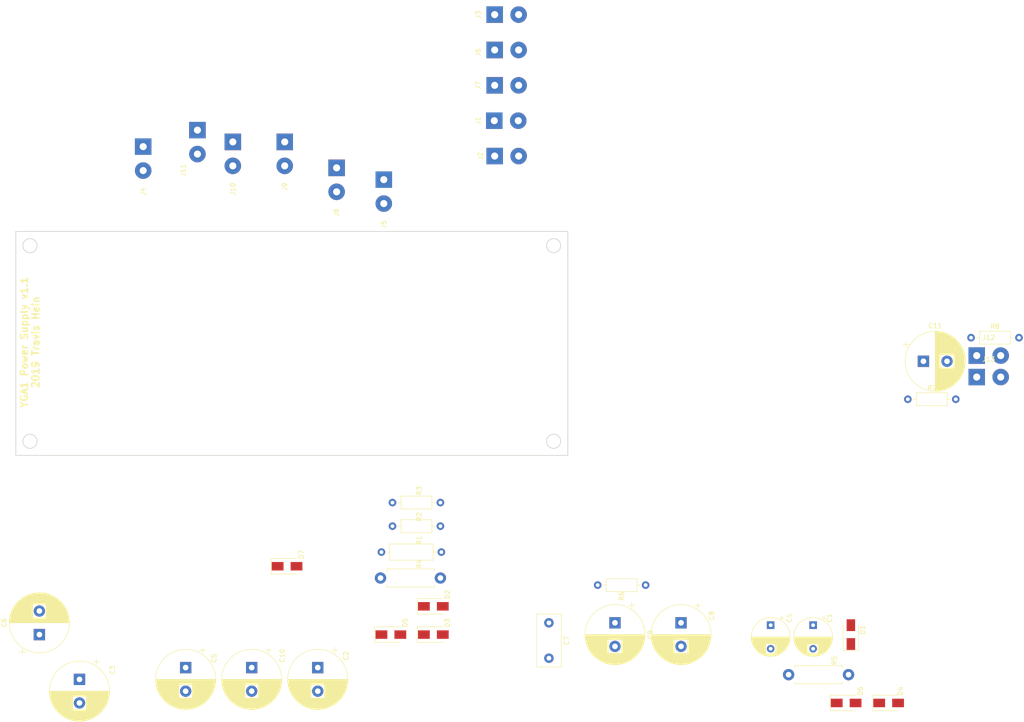
<source format=kicad_pcb>
(kicad_pcb (version 20171130) (host pcbnew 5.0.2-1.fc29)
  (layers (0 F.Cu signal) (31 B.Cu signal) (34 B.Paste user) (35 F.Paste user) (36 B.SilkS user) (37 F.SilkS user) (38 B.Mask user) (39 F.Mask user) (44 Edge.Cuts user))
  (net 0 "")
  (net 1 "Net-(C1-Pad1)")
  (net 2 "Net-(C1-Pad2)")
  (net 3 "Net-(C8-Pad1)")
  (net 4 "Net-(D1-Pad1)")
  (net 5 "Net-(D2-Pad1)")
  (net 6 "Net-(D2-Pad2)")
  (net 7 "Net-(D3-Pad2)")
  (net 8 "Net-(D3-Pad1)")
  (net 9 "Net-(D4-Pad1)")
  (net 10 "Net-(D5-Pad1)")
  (net 11 "Net-(C10-Pad1)")
  (net 12 "Net-(C2-Pad2)")
  (net 13 "Net-(C2-Pad1)")
  (net 14 "Net-(C4-Pad2)")
  (net 15 "Net-(J8-Pad1)")
  (net 16 "Net-(J9-Pad1)")
  (module Capacitor_THT:CP_Radial_D12.5mm_P5.00mm (layer F.Cu) (at 63.5 177.5 270)
    (fp_text reference C3 (at -2 -7 270) (layer F.SilkS))
    (fp_text value "47uF 450V")
    (pad 2 thru_hole circle (at 5 0 270) (size 2.4 2.4) (drill 1.2) (layers *.Cu *.Mask) (net 1 "Net-(C1-Pad1)"))
    (pad 1 thru_hole rect (at 0 0 270) (size 2.4 2.4) (drill 1.2) (layers *.Cu *.Mask) (net 12 "Net-(C2-Pad2)"))
  )
  (module Capacitor_THT:CP_Radial_D8.0mm_P5.00mm (layer F.Cu) (at 219 166 270)
    (fp_text reference C1 (at -1.5 -3.5 270) (layer F.SilkS))
    (fp_text value "8.2uF 250V")
    (pad 1 thru_hole rect (at 0 0 270) (size 1.6 1.6) (drill 0.8) (layers *.Cu *.Mask) (net 1 "Net-(C1-Pad1)"))
    (pad 2 thru_hole circle (at 5 0 270) (size 1.6 1.6) (drill 0.8) (layers *.Cu *.Mask) (net 2 "Net-(C1-Pad2)"))
  )
  (module Capacitor_THT:CP_Radial_D8.0mm_P5.00mm (layer F.Cu) (at 210 166 270)
    (fp_text reference C4 (at -1.5 -4 270) (layer F.SilkS))
    (fp_text value "8.2uF 250V")
    (pad 2 thru_hole circle (at 5 0 270) (size 1.6 1.6) (drill 0.8) (layers *.Cu *.Mask) (net 14 "Net-(C4-Pad2)"))
    (pad 1 thru_hole rect (at 0 0 270) (size 1.6 1.6) (drill 0.8) (layers *.Cu *.Mask) (net 1 "Net-(C1-Pad1)"))
  )
  (module Capacitor_THT:CP_Radial_D12.5mm_P5.00mm (layer F.Cu) (at 86 175 270)
    (fp_text reference C5 (at -2 -6 270) (layer F.SilkS))
    (fp_text value "47uF 450V")
    (pad 2 thru_hole circle (at 5 0 270) (size 2.4 2.4) (drill 1.2) (layers *.Cu *.Mask) (net 12 "Net-(C2-Pad2)"))
    (pad 1 thru_hole rect (at 0 0 270) (size 2.4 2.4) (drill 1.2) (layers *.Cu *.Mask) (net 13 "Net-(C2-Pad1)"))
  )
  (module Capacitor_THT:CP_Radial_D12.5mm_P5.00mm (layer F.Cu) (at 191 165.5 270)
    (fp_text reference C8 (at -1.5 -6.5 270) (layer F.SilkS))
    (fp_text value "47uF 450V")
    (pad 1 thru_hole rect (at 0 0 270) (size 2.4 2.4) (drill 1.2) (layers *.Cu *.Mask) (net 3 "Net-(C8-Pad1)"))
    (pad 2 thru_hole circle (at 5 0 270) (size 2.4 2.4) (drill 1.2) (layers *.Cu *.Mask) (net 1 "Net-(C1-Pad1)"))
  )
  (module Capacitor_THT:CP_Radial_D12.5mm_P5.00mm (layer F.Cu) (at 177 165.5 270)
    (fp_text reference C9 (at 2.5 -7.5 270) (layer F.SilkS))
    (fp_text value "47uF 450V")
    (pad 2 thru_hole circle (at 5 0 270) (size 2.4 2.4) (drill 1.2) (layers *.Cu *.Mask) (net 1 "Net-(C1-Pad1)"))
    (pad 1 thru_hole rect (at 0 0 270) (size 2.4 2.4) (drill 1.2) (layers *.Cu *.Mask) (net 3 "Net-(C8-Pad1)"))
  )
  (module Diode_SMD:D_SMA (layer F.Cu) (at 227 168 90)
    (fp_text reference D1 (at 1 2.5 90) (layer F.SilkS))
    (fp_text value S1J-13-F)
    (pad 2 smd rect (at 2 0 90) (size 2.5 1.8) (layers F.Cu F.Paste F.Mask) (net 2 "Net-(C1-Pad2)"))
    (pad 1 smd rect (at -2 0 90) (size 2.5 1.8) (layers F.Cu F.Paste F.Mask) (net 4 "Net-(D1-Pad1)"))
  )
  (module Diode_SMD:D_SMA (layer F.Cu) (at 138.5 162)
    (fp_text reference D2 (at 3 -2.5 90) (layer F.SilkS))
    (fp_text value S1J-13-F)
    (pad 1 smd rect (at -2 0) (size 2.5 1.8) (layers F.Cu F.Paste F.Mask) (net 5 "Net-(D2-Pad1)"))
    (pad 2 smd rect (at 2 0) (size 2.5 1.8) (layers F.Cu F.Paste F.Mask) (net 6 "Net-(D2-Pad2)"))
  )
  (module Diode_SMD:D_SMA (layer F.Cu) (at 138.5 168)
    (fp_text reference D3 (at 3 -2.5 270) (layer F.SilkS))
    (fp_text value S1J-13-F)
    (pad 2 smd rect (at 2 0) (size 2.5 1.8) (layers F.Cu F.Paste F.Mask) (net 7 "Net-(D3-Pad2)"))
    (pad 1 smd rect (at -2 0) (size 2.5 1.8) (layers F.Cu F.Paste F.Mask) (net 8 "Net-(D3-Pad1)"))
  )
  (module Diode_SMD:D_SMA (layer F.Cu) (at 235 182.5)
    (fp_text reference D4 (at 2.5 -2.5 90) (layer F.SilkS))
    (fp_text value S1J-13-F)
    (pad 1 smd rect (at -2 0) (size 2.5 1.8) (layers F.Cu F.Paste F.Mask) (net 9 "Net-(D4-Pad1)"))
    (pad 2 smd rect (at 2 0) (size 2.5 1.8) (layers F.Cu F.Paste F.Mask) (net 5 "Net-(D2-Pad1)"))
  )
  (module Diode_SMD:D_SMA (layer F.Cu) (at 129.5 168)
    (fp_text reference D5 (at 3 -2.5 90) (layer F.SilkS))
    (fp_text value S1J-13-F)
    (pad 1 smd rect (at -2 0) (size 2.5 1.8) (layers F.Cu F.Paste F.Mask) (net 10 "Net-(D5-Pad1)"))
    (pad 2 smd rect (at 2 0) (size 2.5 1.8) (layers F.Cu F.Paste F.Mask) (net 8 "Net-(D3-Pad1)"))
  )
  (module Diode_SMD:D_SMA (layer F.Cu) (at 226 182.5)
    (fp_text reference D6 (at 3 -2.5 90) (layer F.SilkS))
    (fp_text value S1J-13-F)
    (pad 1 smd rect (at -2 0) (size 2.5 1.8) (layers F.Cu F.Paste F.Mask) (net 13 "Net-(C2-Pad1)"))
    (pad 2 smd rect (at 2 0) (size 2.5 1.8) (layers F.Cu F.Paste F.Mask) (net 9 "Net-(D4-Pad1)"))
  )
  (module Diode_SMD:D_SMA (layer F.Cu) (at 107.5 153.5)
    (fp_text reference D7 (at 3 -2.5 90) (layer F.SilkS))
    (fp_text value S1J-13-F)
    (pad 2 smd rect (at 2 0) (size 2.5 1.8) (layers F.Cu F.Paste F.Mask) (net 10 "Net-(D5-Pad1)"))
    (pad 1 smd rect (at -2 0) (size 2.5 1.8) (layers F.Cu F.Paste F.Mask) (net 13 "Net-(C2-Pad1)"))
  )
  (module Connector_Wire:SolderWirePad_1x02_P5.08mm_Drill1.5mm (layer F.Cu) (at 151.42 59)
    (fp_text reference J1 (at -3.42 0 90) (layer F.SilkS))
    (fp_text value "AC IN")
    (pad 2 thru_hole circle (at 5.08 0) (size 3.50012 3.50012) (drill 1.50114) (layers *.Cu *.Mask) (net 6 "Net-(D2-Pad2)"))
    (pad 1 thru_hole rect (at 0 0) (size 3.50012 3.50012) (drill 1.50114) (layers *.Cu *.Mask) (net 6 "Net-(D2-Pad2)"))
  )
  (module Connector_Wire:SolderWirePad_1x02_P5.08mm_Drill1.5mm (layer F.Cu) (at 151.5 66.5)
    (fp_text reference J2 (at -3 0 90) (layer F.SilkS))
    (fp_text value "AC IN")
    (pad 1 thru_hole rect (at 0 0) (size 3.50012 3.50012) (drill 1.50114) (layers *.Cu *.Mask) (net 7 "Net-(D3-Pad2)"))
    (pad 2 thru_hole circle (at 5.08 0) (size 3.50012 3.50012) (drill 1.50114) (layers *.Cu *.Mask) (net 7 "Net-(D3-Pad2)"))
  )
  (module Connector_Wire:SolderWirePad_1x02_P5.08mm_Drill1.5mm (layer F.Cu) (at 151.5 36.5)
    (fp_text reference J3 (at -3.5 0 90) (layer F.SilkS))
    (fp_text value "Chassis GND")
    (pad 1 thru_hole rect (at 0 0) (size 3.50012 3.50012) (drill 1.50114) (layers *.Cu *.Mask) (net 1 "Net-(C1-Pad1)"))
    (pad 2 thru_hole circle (at 5.08 0) (size 3.50012 3.50012) (drill 1.50114) (layers *.Cu *.Mask) (net 1 "Net-(C1-Pad1)"))
  )
  (module Connector_Wire:SolderWirePad_1x02_P5.08mm_Drill1.5mm (layer F.Cu) (at 77 64.5 270)
    (fp_text reference J4 (at 9.5 0 270) (layer F.SilkS))
    (fp_text value -40V)
    (pad 1 thru_hole rect (at 0 0 270) (size 3.50012 3.50012) (drill 1.50114) (layers *.Cu *.Mask) (net 14 "Net-(C4-Pad2)"))
    (pad 2 thru_hole circle (at 5.08 0 270) (size 3.50012 3.50012) (drill 1.50114) (layers *.Cu *.Mask) (net 14 "Net-(C4-Pad2)"))
  )
  (module Connector_Wire:SolderWirePad_1x02_P5.08mm_Drill1.5mm (layer F.Cu) (at 128 71.5 270)
    (fp_text reference J5 (at 9.5 0 270) (layer F.SilkS))
    (fp_text value SW)
    (pad 2 thru_hole circle (at 5.08 0 270) (size 3.50012 3.50012) (drill 1.50114) (layers *.Cu *.Mask) (net 13 "Net-(C2-Pad1)"))
    (pad 1 thru_hole rect (at 0 0 270) (size 3.50012 3.50012) (drill 1.50114) (layers *.Cu *.Mask) (net 13 "Net-(C2-Pad1)"))
  )
  (module Connector_Wire:SolderWirePad_1x02_P5.08mm_Drill1.5mm (layer F.Cu) (at 151.5 44)
    (fp_text reference J6 (at -3.5 0.5 90) (layer F.SilkS))
    (fp_text value CHOKE)
    (pad 2 thru_hole circle (at 5.08 0) (size 3.50012 3.50012) (drill 1.50114) (layers *.Cu *.Mask) (net 3 "Net-(C8-Pad1)"))
    (pad 1 thru_hole rect (at 0 0) (size 3.50012 3.50012) (drill 1.50114) (layers *.Cu *.Mask) (net 3 "Net-(C8-Pad1)"))
  )
  (module Connector_Wire:SolderWirePad_1x02_P5.08mm_Drill1.5mm (layer F.Cu) (at 151.5 51.5)
    (fp_text reference J7 (at -3.5 0 90) (layer F.SilkS))
    (fp_text value Audio_center_tap)
    (pad 1 thru_hole rect (at 0 0) (size 3.50012 3.50012) (drill 1.50114) (layers *.Cu *.Mask) (net 3 "Net-(C8-Pad1)"))
    (pad 2 thru_hole circle (at 5.08 0) (size 3.50012 3.50012) (drill 1.50114) (layers *.Cu *.Mask) (net 3 "Net-(C8-Pad1)"))
  )
  (module Connector_Wire:SolderWirePad_1x02_P5.08mm_Drill1.5mm (layer F.Cu) (at 118 69 270)
    (fp_text reference J8 (at 9.5 0 270) (layer F.SilkS))
    (fp_text value "Output tube")
    (pad 2 thru_hole circle (at 5.08 0 270) (size 3.50012 3.50012) (drill 1.50114) (layers *.Cu *.Mask) (net 15 "Net-(J8-Pad1)"))
    (pad 1 thru_hole rect (at 0 0 270) (size 3.50012 3.50012) (drill 1.50114) (layers *.Cu *.Mask) (net 15 "Net-(J8-Pad1)"))
  )
  (module Connector_Wire:SolderWirePad_1x02_P5.08mm_Drill1.5mm (layer F.Cu) (at 107 63.5 270)
    (fp_text reference J9 (at 9.5 0 270) (layer F.SilkS))
    (fp_text value "Output tube")
    (pad 1 thru_hole rect (at 0 0 270) (size 3.50012 3.50012) (drill 1.50114) (layers *.Cu *.Mask) (net 16 "Net-(J9-Pad1)"))
    (pad 2 thru_hole circle (at 5.08 0 270) (size 3.50012 3.50012) (drill 1.50114) (layers *.Cu *.Mask) (net 16 "Net-(J9-Pad1)"))
  )
  (module Connector_Wire:SolderWirePad_1x02_P5.08mm_Drill1.5mm (layer F.Cu) (at 96 63.5 270)
    (fp_text reference J10 (at 10 0 270) (layer F.SilkS))
    (fp_text value +340V)
    (pad 2 thru_hole circle (at 5.08 0 270) (size 3.50012 3.50012) (drill 1.50114) (layers *.Cu *.Mask) (net 11 "Net-(C10-Pad1)"))
    (pad 1 thru_hole rect (at 0 0 270) (size 3.50012 3.50012) (drill 1.50114) (layers *.Cu *.Mask) (net 11 "Net-(C10-Pad1)"))
  )
  (module Connector_Wire:SolderWirePad_1x02_P5.08mm_Drill1.5mm (layer F.Cu) (at 88.5 61 270)
    (fp_text reference J11 (at 8.5 3 270) (layer F.SilkS))
    (fp_text value +340V)
    (pad 1 thru_hole rect (at 0 0 270) (size 3.50012 3.50012) (drill 1.50114) (layers *.Cu *.Mask) (net 11 "Net-(C10-Pad1)"))
    (pad 2 thru_hole circle (at 5.08 0 270) (size 3.50012 3.50012) (drill 1.50114) (layers *.Cu *.Mask) (net 11 "Net-(C10-Pad1)"))
  )
  (module Resistor_THT:R_Axial_DIN0309_L9.0mm_D3.2mm_P12.70mm_Horizontal (layer F.Cu) (at 127.5 150.5)
    (fp_text reference R1 (at 8 -2.5 90) (layer F.SilkS))
    (fp_text value 150K)
    (pad 1 thru_hole circle (at 0 0) (size 1.6 1.6) (drill 0.8) (layers *.Cu *.Mask) (net 4 "Net-(D1-Pad1)"))
    (pad 2 thru_hole oval (at 12.7 0) (size 1.6 1.6) (drill 0.8) (layers *.Cu *.Mask) (net 6 "Net-(D2-Pad2)"))
  )
  (module Resistor_THT:R_Axial_DIN0207_L6.3mm_D2.5mm_P10.16mm_Horizontal (layer F.Cu) (at 140 145 180)
    (fp_text reference R2 (at 4.5 2 270) (layer F.SilkS))
    (fp_text value 15K)
    (pad 1 thru_hole circle (at 0 0 180) (size 1.6 1.6) (drill 0.8) (layers *.Cu *.Mask) (net 14 "Net-(C4-Pad2)"))
    (pad 2 thru_hole oval (at 10.16 0 180) (size 1.6 1.6) (drill 0.8) (layers *.Cu *.Mask) (net 2 "Net-(C1-Pad2)"))
  )
  (module Resistor_THT:R_Axial_DIN0207_L6.3mm_D2.5mm_P10.16mm_Horizontal (layer F.Cu) (at 140 140 180)
    (fp_text reference R3 (at 4.5 2.5 270) (layer F.SilkS))
    (fp_text value 56K)
    (pad 2 thru_hole oval (at 10.16 0 180) (size 1.6 1.6) (drill 0.8) (layers *.Cu *.Mask) (net 1 "Net-(C1-Pad1)"))
    (pad 1 thru_hole circle (at 0 0 180) (size 1.6 1.6) (drill 0.8) (layers *.Cu *.Mask) (net 14 "Net-(C4-Pad2)"))
  )
  (module Resistor_THT:R_Axial_DIN0411_L9.9mm_D3.6mm_P12.70mm_Horizontal (layer F.Cu) (at 140 156 180)
    (fp_text reference R4 (at 4.5 3 270) (layer F.SilkS))
    (fp_text value "100K 2W")
    (pad 1 thru_hole circle (at 0 0 180) (size 2.4 2.4) (drill 1.2) (layers *.Cu *.Mask) (net 13 "Net-(C2-Pad1)"))
    (pad 2 thru_hole oval (at 12.7 0 180) (size 2.4 2.4) (drill 1.2) (layers *.Cu *.Mask) (net 12 "Net-(C2-Pad2)"))
  )
  (module Resistor_THT:R_Axial_DIN0411_L9.9mm_D3.6mm_P12.70mm_Horizontal (layer F.Cu) (at 226.5 176.5 180)
    (fp_text reference R5 (at 3 3 270) (layer F.SilkS))
    (fp_text value "100K 2W")
    (pad 2 thru_hole oval (at 12.7 0 180) (size 2.4 2.4) (drill 1.2) (layers *.Cu *.Mask) (net 1 "Net-(C1-Pad1)"))
    (pad 1 thru_hole circle (at 0 0 180) (size 2.4 2.4) (drill 1.2) (layers *.Cu *.Mask) (net 12 "Net-(C2-Pad2)"))
  )
  (module Resistor_THT:R_Axial_DIN0207_L6.3mm_D2.5mm_P10.16mm_Horizontal (layer F.Cu) (at 183.5 157.5 180)
    (fp_text reference R6 (at 5.08 -2.37 270) (layer F.SilkS))
    (fp_text value "4.70 1W")
    (pad 1 thru_hole circle (at 0 0 180) (size 1.6 1.6) (drill 0.8) (layers *.Cu *.Mask) (net 15 "Net-(J8-Pad1)"))
    (pad 2 thru_hole oval (at 10.16 0 180) (size 1.6 1.6) (drill 0.8) (layers *.Cu *.Mask) (net 3 "Net-(C8-Pad1)"))
  )
  (module Capacitor_THT:CP_Radial_D12.5mm_P5.00mm (layer F.Cu) (at 114 175 270)
    (fp_text reference C2 (at -2.5 -6 270) (layer F.SilkS))
    (fp_text value "47uF 450V")
    (pad 2 thru_hole circle (at 5 0 270) (size 2.4 2.4) (drill 1.2) (layers *.Cu *.Mask) (net 12 "Net-(C2-Pad2)"))
    (pad 1 thru_hole rect (at 0 0 270) (size 2.4 2.4) (drill 1.2) (layers *.Cu *.Mask) (net 13 "Net-(C2-Pad1)"))
  )
  (module Capacitor_THT:CP_Radial_D12.5mm_P5.00mm (layer F.Cu) (at 100 175 270)
    (fp_text reference C10 (at -2.5 -6.5 270) (layer F.SilkS))
    (fp_text value "47uF 450V")
    (pad 1 thru_hole rect (at 0 0 270) (size 2.4 2.4) (drill 1.2) (layers *.Cu *.Mask) (net 11 "Net-(C10-Pad1)"))
    (pad 2 thru_hole circle (at 5 0 270) (size 2.4 2.4) (drill 1.2) (layers *.Cu *.Mask) (net 1 "Net-(C1-Pad1)"))
  )
  (module Capacitor_THT:CP_Radial_D12.5mm_P5.00mm (layer F.Cu) (at 55 168 90)
    (fp_text reference C6 (at 2.5 -7.5 90) (layer F.SilkS))
    (fp_text value "47uF 450V")
    (pad 1 thru_hole rect (at 0 0 90) (size 2.4 2.4) (drill 1.2) (layers *.Cu *.Mask) (net 12 "Net-(C2-Pad2)"))
    (pad 2 thru_hole circle (at 5 0 90) (size 2.4 2.4) (drill 1.2) (layers *.Cu *.Mask) (net 1 "Net-(C1-Pad1)"))
  )
  (module Capacitor_THT:C_Disc_D11.0mm_W5.0mm_P7.50mm (layer F.Cu) (at 163 165.5 270)
    (fp_text reference C7 (at 3.75 -3.75 270) (layer F.SilkS))
    (fp_text value "0.047uF 600V")
    (pad 1 thru_hole circle (at 0 0 270) (size 2 2) (drill 1) (layers *.Cu *.Mask) (net 13 "Net-(C2-Pad1)"))
    (pad 2 thru_hole circle (at 7.5 0 270) (size 2 2) (drill 1) (layers *.Cu *.Mask) (net 1 "Net-(C1-Pad1)"))
  )
  (module Capacitor_THT:CP_Radial_D12.5mm_P5.00mm (layer F.Cu) (at 242.377083 110.025001)
    (fp_text reference C11 (at 2.5 -7.5) (layer F.SilkS))
    (fp_text value "47uF 450V")
    (pad 2 thru_hole circle (at 5 0) (size 2.4 2.4) (drill 1.2) (layers *.Cu *.Mask) (net 1 "Net-(C1-Pad1)"))
    (pad 1 thru_hole rect (at 0 0) (size 2.4 2.4) (drill 1.2) (layers *.Cu *.Mask))
  )
  (module Connector_Wire:SolderWirePad_1x02_P5.08mm_Drill1.5mm (layer F.Cu) (at 253.675001 108.825001)
    (fp_text reference J12 (at 2.54 -3.81) (layer F.SilkS))
    (fp_text value +340V)
    (pad 2 thru_hole circle (at 5.08 0) (size 3.50012 3.50012) (drill 1.50114) (layers *.Cu *.Mask) (net 11 "Net-(C10-Pad1)"))
    (pad 1 thru_hole rect (at 0 0) (size 3.50012 3.50012) (drill 1.50114) (layers *.Cu *.Mask) (net 11 "Net-(C10-Pad1)"))
  )
  (module Connector_Wire:SolderWirePad_1x02_P5.08mm_Drill1.5mm (layer F.Cu) (at 253.675001 113.375001)
    (fp_text reference J13 (at 2.54 -3.81) (layer F.SilkS))
    (fp_text value +340V)
    (pad 1 thru_hole rect (at 0 0) (size 3.50012 3.50012) (drill 1.50114) (layers *.Cu *.Mask) (net 11 "Net-(C10-Pad1)"))
    (pad 2 thru_hole circle (at 5.08 0) (size 3.50012 3.50012) (drill 1.50114) (layers *.Cu *.Mask) (net 11 "Net-(C10-Pad1)"))
  )
  (module Resistor_THT:R_Axial_DIN0207_L6.3mm_D2.5mm_P10.16mm_Horizontal (layer F.Cu) (at 239.075001 118.075001)
    (fp_text reference R7 (at 5.08 -2.37) (layer F.SilkS))
    (fp_text value "4.70 1W")
    (pad 1 thru_hole circle (at 0 0) (size 1.6 1.6) (drill 0.8) (layers *.Cu *.Mask) (net 16 "Net-(J9-Pad1)"))
    (pad 2 thru_hole oval (at 10.16 0) (size 1.6 1.6) (drill 0.8) (layers *.Cu *.Mask) (net 3 "Net-(C8-Pad1)"))
  )
  (module Resistor_THT:R_Axial_DIN0207_L6.3mm_D2.5mm_P10.16mm_Horizontal (layer F.Cu) (at 252.475001 105.025001)
    (fp_text reference R8 (at 5.08 -2.37) (layer F.SilkS))
    (fp_text value "4.7K 1W")
    (pad 2 thru_hole oval (at 10.16 0) (size 1.6 1.6) (drill 0.8) (layers *.Cu *.Mask) (net 3 "Net-(C8-Pad1)"))
    (pad 1 thru_hole circle (at 0 0) (size 1.6 1.6) (drill 0.8) (layers *.Cu *.Mask) (net 11 "Net-(C10-Pad1)"))
  )
  (gr_text "YGA1 Power Supply v1.1\n2019 Travis Hein" (at 53 106 90) (layer F.SilkS) (effects (font (size 1.5 1.5) (thickness 0.3))))
  (gr_circle (center 53 85.5) (end 54.5 85.5) (layer Edge.Cuts) (width 0.15))
  (gr_circle (center 53 127) (end 54.5 127) (layer Edge.Cuts) (width 0.15))
  (gr_circle (center 164 85.5) (end 165.5 85.5) (layer Edge.Cuts) (width 0.15))
  (gr_circle (center 164 127) (end 165.5 127) (layer Edge.Cuts) (width 0.15))
  (gr_line (start 50 130) (end 50 82.5) (layer Edge.Cuts) (width 0.15))
  (gr_line (start 167 130) (end 50 130) (layer Edge.Cuts) (width 0.15))
  (gr_line (start 167 82.5) (end 167 130) (layer Edge.Cuts) (width 0.15))
  (gr_line (start 50 82.5) (end 167 82.5) (layer Edge.Cuts) (width 0.15))
)
</source>
